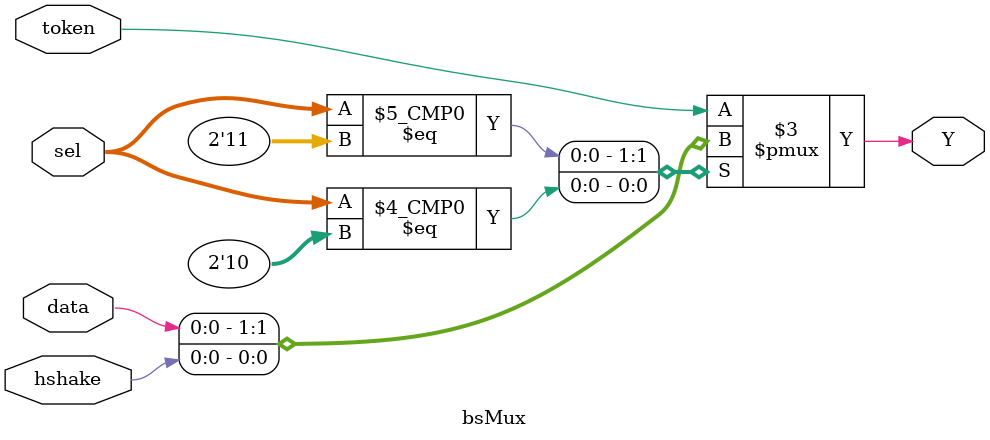
<source format=sv>



module sipo_register
  #(parameter w = 3)
  (output logic [w-1:0] Q,
   input  logic         clk,en,left,
   input  logic         s_in);
   
   always_ff @(posedge clk)
   if (en)begin
     if (left)
       Q <= (Q << 1) | s_in;
     else
       Q <= (Q >> 1) | (s_in << w-1);
   end

endmodule: sipo_register



module gen_dff
    #(parameter FFID = 0)
    (input  logic d, clk, rst_n, sync_set,rd,
     output logic q);

    always_ff@(posedge clk, negedge rst_n)
        if(~rst_n)
          q <= 0;
        else
          if(sync_set)
            q <= 1;
          else if(rd)
            q <= d;

endmodule: gen_dff

module piso_register
    #(parameter w = 3, def = 0)
    (output logic [w-1:0] Q,
     output logic         s_out,
     input  logic         ld,clr,left,
     input  logic         clk, rst_n,
     input  logic [w-1:0] D);

     assign s_out = Q[w-1];
     
     always_ff @(posedge clk, negedge rst_n)
        if(~rst_n)
          Q <= def;
        else if(clr)
          Q <= def;
        else if (ld)
          Q <= D;
        else if(left)
          Q <= ((Q << 1) & -2);//fill lowest bit with 0s
        
endmodule: piso_register

module counter
    #(parameter WIDTH = 4)
    (output logic [WIDTH-1:0] count,
     input  logic             clr,en,clk,rst_n);

    always_ff@(posedge clk, negedge rst_n)
        if(~rst_n)
          count <= 0;
        else if(clr)
          count <= 0;
        else if(en)
          count <= count+1;

endmodule: counter

module register
    #(parameter WIDTH = 8)
   (output logic [WIDTH-1:0] Q,
     input  logic [WIDTH-1:0] D,
     input  logic             ld,clr,
     input  logic             rst_n,clk);

    always_ff@(posedge clk, negedge rst_n)
        if(~rst_n)
          Q <= 0;
        else
          if(clr)
            Q <= 0;
          else if(ld)
            Q <= D;

endmodule: register

module mux2to1
    #(parameter w = 1)
    (output logic [w-1:0] Y,
     input  logic [w-1:0] I0,I1,
     input  logic sel);

    assign Y = (sel)?I1:I0;

endmodule: mux2to1

`define TOKEN 2'b01
`define DATA 2'b11
`define HSHAKE 2'b10

module bsMux
    (output logic Y,
     input  logic data,token,hshake,
     input  logic [1:0] sel);

    always_comb 
        case(sel)
            `DATA  :Y = data;
            `HSHAKE:Y = hshake;
            default:Y = token;
        endcase

    
endmodule: bsMux




</source>
